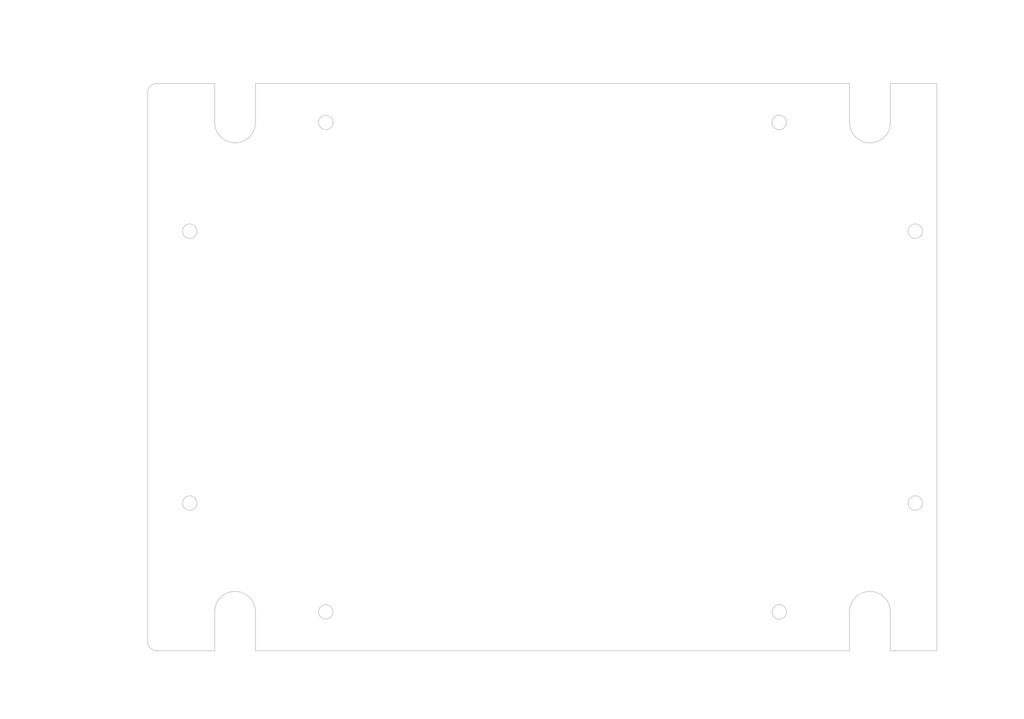
<source format=kicad_pcb>
(kicad_pcb (version 20171130) (host pcbnew "(5.1.0)-1")

  (general
    (thickness 1.6)
    (drawings 106)
    (tracks 0)
    (zones 0)
    (modules 0)
    (nets 1)
  )

  (page A3)
  (layers
    (0 F.Cu signal)
    (31 B.Cu signal)
    (32 B.Adhes user)
    (33 F.Adhes user)
    (34 B.Paste user)
    (35 F.Paste user)
    (36 B.SilkS user)
    (37 F.SilkS user)
    (38 B.Mask user)
    (39 F.Mask user)
    (40 Dwgs.User user)
    (41 Cmts.User user)
    (42 Eco1.User user)
    (43 Eco2.User user)
    (44 Edge.Cuts user)
    (45 Margin user)
    (46 B.CrtYd user)
    (47 F.CrtYd user)
    (48 B.Fab user)
    (49 F.Fab user)
  )

  (setup
    (last_trace_width 0.25)
    (trace_clearance 0.2)
    (zone_clearance 0.508)
    (zone_45_only no)
    (trace_min 0.2)
    (via_size 0.8)
    (via_drill 0.4)
    (via_min_size 0.4)
    (via_min_drill 0.3)
    (uvia_size 0.3)
    (uvia_drill 0.1)
    (uvias_allowed no)
    (uvia_min_size 0.2)
    (uvia_min_drill 0.1)
    (edge_width 0.05)
    (segment_width 0.2)
    (pcb_text_width 0.3)
    (pcb_text_size 1.5 1.5)
    (mod_edge_width 0.12)
    (mod_text_size 1 1)
    (mod_text_width 0.15)
    (pad_size 1.524 1.524)
    (pad_drill 0.762)
    (pad_to_mask_clearance 0.051)
    (solder_mask_min_width 0.25)
    (aux_axis_origin 0 0)
    (visible_elements FFFFFF7F)
    (pcbplotparams
      (layerselection 0x010fc_ffffffff)
      (usegerberextensions false)
      (usegerberattributes false)
      (usegerberadvancedattributes false)
      (creategerberjobfile false)
      (excludeedgelayer true)
      (linewidth 0.152400)
      (plotframeref false)
      (viasonmask false)
      (mode 1)
      (useauxorigin false)
      (hpglpennumber 1)
      (hpglpenspeed 20)
      (hpglpendiameter 15.000000)
      (psnegative false)
      (psa4output false)
      (plotreference true)
      (plotvalue true)
      (plotinvisibletext false)
      (padsonsilk false)
      (subtractmaskfromsilk false)
      (outputformat 1)
      (mirror false)
      (drillshape 1)
      (scaleselection 1)
      (outputdirectory ""))
  )

  (net 0 "")

  (net_class Default "This is the default net class."
    (clearance 0.2)
    (trace_width 0.25)
    (via_dia 0.8)
    (via_drill 0.4)
    (uvia_dia 0.3)
    (uvia_drill 0.1)
  )

  (gr_line (start 286.237932 73.223163) (end 296.48599 73.223163) (layer Edge.Cuts) (width 0.2))
  (gr_line (start 296.48599 73.223163) (end 296.48599 198.397721) (layer Edge.Cuts) (width 0.2))
  (gr_line (start 122.447392 75.223163) (end 122.447392 196.397721) (layer Edge.Cuts) (width 0.2))
  (gr_arc (start 124.447392 75.223163) (end 124.447392 73.223163) (angle -90) (layer Edge.Cuts) (width 0.2))
  (gr_line (start 124.447392 73.223163) (end 137.237932 73.223163) (layer Edge.Cuts) (width 0.2))
  (gr_line (start 137.237932 73.223163) (end 137.237932 81.810442) (layer Edge.Cuts) (width 0.2))
  (gr_arc (start 141.737932 81.810442) (end 137.237932 81.810442) (angle -180) (layer Edge.Cuts) (width 0.2))
  (gr_line (start 146.237932 81.810442) (end 146.237932 73.223163) (layer Edge.Cuts) (width 0.2))
  (gr_line (start 146.237932 73.223163) (end 277.237932 73.223163) (layer Edge.Cuts) (width 0.2))
  (gr_line (start 277.237932 73.223163) (end 277.237932 81.810442) (layer Edge.Cuts) (width 0.2))
  (gr_arc (start 281.737932 81.810442) (end 277.237932 81.810442) (angle -180) (layer Edge.Cuts) (width 0.2))
  (gr_line (start 286.237932 81.810442) (end 286.237932 73.223163) (layer Edge.Cuts) (width 0.2))
  (gr_circle (center 161.737932 81.810442) (end 163.337932 81.810442) (layer Edge.Cuts) (width 0.2))
  (gr_circle (center 261.737932 81.810442) (end 263.337932 81.810442) (layer Edge.Cuts) (width 0.2))
  (gr_circle (center 291.737932 105.810442) (end 293.337932 105.810442) (layer Edge.Cuts) (width 0.2))
  (gr_circle (center 131.737932 105.810442) (end 133.337932 105.810442) (layer Edge.Cuts) (width 0.2))
  (gr_line (start 286.237932 198.397721) (end 296.48599 198.397721) (layer Edge.Cuts) (width 0.2))
  (gr_arc (start 124.447392 196.397721) (end 122.447392 196.397721) (angle -90) (layer Edge.Cuts) (width 0.2))
  (gr_line (start 124.447392 198.397721) (end 137.237932 198.397721) (layer Edge.Cuts) (width 0.2))
  (gr_line (start 137.237932 198.397721) (end 137.237932 189.810442) (layer Edge.Cuts) (width 0.2))
  (gr_arc (start 141.737932 189.810442) (end 146.237932 189.810442) (angle -180) (layer Edge.Cuts) (width 0.2))
  (gr_line (start 146.237932 189.810442) (end 146.237932 198.397721) (layer Edge.Cuts) (width 0.2))
  (gr_line (start 146.237932 198.397721) (end 277.237932 198.397721) (layer Edge.Cuts) (width 0.2))
  (gr_line (start 277.237932 198.397721) (end 277.237932 189.810442) (layer Edge.Cuts) (width 0.2))
  (gr_arc (start 281.737932 189.810442) (end 286.237932 189.810442) (angle -180) (layer Edge.Cuts) (width 0.2))
  (gr_line (start 286.237932 189.810442) (end 286.237932 198.397721) (layer Edge.Cuts) (width 0.2))
  (gr_circle (center 161.737932 189.810442) (end 163.337932 189.810442) (layer Edge.Cuts) (width 0.2))
  (gr_circle (center 261.737932 189.810442) (end 263.337932 189.810442) (layer Edge.Cuts) (width 0.2))
  (gr_circle (center 291.737932 165.810442) (end 293.337932 165.810442) (layer Edge.Cuts) (width 0.2))
  (gr_circle (center 131.737932 165.810442) (end 133.337932 165.810442) (layer Edge.Cuts) (width 0.2))
  (gr_text [3.94] (at 211.737932 204.535002) (layer Dwgs.User)
    (effects (font (size 1.7 1.53) (thickness 0.2125)))
  )
  (gr_text " 100.00" (at 211.737932 200.977567) (layer Dwgs.User)
    (effects (font (size 1.7 1.53) (thickness 0.2125)))
  )
  (gr_line (start 259.737932 202.645541) (end 216.442945 202.645541) (layer Dwgs.User) (width 0.2))
  (gr_line (start 163.737932 202.645541) (end 207.032918 202.645541) (layer Dwgs.User) (width 0.2))
  (gr_line (start 261.737932 190.810442) (end 261.737932 205.820541) (layer Dwgs.User) (width 0.2))
  (gr_line (start 161.737932 190.810442) (end 161.737932 205.820541) (layer Dwgs.User) (width 0.2))
  (gr_text [5.16] (at 211.737932 64.994564) (layer Dwgs.User)
    (effects (font (size 1.7 1.53) (thickness 0.2125)))
  )
  (gr_text " 131.00" (at 211.737932 61.436549) (layer Dwgs.User)
    (effects (font (size 1.7 1.53) (thickness 0.2125)))
  )
  (gr_line (start 275.237932 63.105103) (end 216.442945 63.105103) (layer Dwgs.User) (width 0.2))
  (gr_line (start 148.237932 63.105103) (end 207.032918 63.105103) (layer Dwgs.User) (width 0.2))
  (gr_line (start 277.237932 72.223163) (end 277.237932 59.930103) (layer Dwgs.User) (width 0.2))
  (gr_line (start 146.237932 72.223163) (end 146.237932 59.930103) (layer Dwgs.User) (width 0.2))
  (gr_text [6.30] (at 211.737932 212.056992) (layer Dwgs.User)
    (effects (font (size 1.7 1.53) (thickness 0.2125)))
  )
  (gr_text " 160.00" (at 211.737932 208.499556) (layer Dwgs.User)
    (effects (font (size 1.7 1.53) (thickness 0.2125)))
  )
  (gr_line (start 133.737932 210.167531) (end 207.032918 210.167531) (layer Dwgs.User) (width 0.2))
  (gr_line (start 289.737932 210.167531) (end 216.442945 210.167531) (layer Dwgs.User) (width 0.2))
  (gr_line (start 131.737932 166.810442) (end 131.737932 213.342531) (layer Dwgs.User) (width 0.2))
  (gr_line (start 291.737932 166.810442) (end 291.737932 213.342531) (layer Dwgs.User) (width 0.2))
  (gr_text [1.28] (at 115.737932 183.993542) (layer Dwgs.User)
    (effects (font (size 1.7 1.53) (thickness 0.2125)))
  )
  (gr_text " 32.59" (at 115.737932 180.435527) (layer Dwgs.User)
    (effects (font (size 1.7 1.53) (thickness 0.2125)))
  )
  (gr_line (start 115.737932 167.810442) (end 115.737932 178.546066) (layer Dwgs.User) (width 0.2))
  (gr_line (start 115.737932 196.397721) (end 115.737932 185.662096) (layer Dwgs.User) (width 0.2))
  (gr_line (start 130.737932 165.810442) (end 112.562932 165.810442) (layer Dwgs.User) (width 0.2))
  (gr_line (start 123.447392 198.397721) (end 112.562932 198.397721) (layer Dwgs.User) (width 0.2))
  (gr_text [.37] (at 111.444641 208.287182) (layer Dwgs.User)
    (effects (font (size 1.7 1.53) (thickness 0.2125)))
  )
  (gr_text " 9.29" (at 111.444641 204.729746) (layer Dwgs.User)
    (effects (font (size 1.7 1.53) (thickness 0.2125)))
  )
  (gr_line (start 122.447392 206.397721) (end 114.833488 206.397721) (layer Dwgs.User) (width 0.2))
  (gr_line (start 129.737932 206.397721) (end 124.447392 206.397721) (layer Dwgs.User) (width 0.2))
  (gr_line (start 122.447392 197.397721) (end 122.447392 209.572721) (layer Dwgs.User) (width 0.2))
  (gr_line (start 131.737932 166.810442) (end 131.737932 209.572721) (layer Dwgs.User) (width 0.2))
  (gr_line (start 291.737932 165.900442) (end 291.737932 165.720442) (layer Dwgs.User) (width 0.2))
  (gr_line (start 291.647932 165.810442) (end 291.827932 165.810442) (layer Dwgs.User) (width 0.2))
  (gr_text " ∅3.20\n[∅0.13]" (at 310.910456 173.191536) (layer Dwgs.User)
    (effects (font (size 1.7 1.53) (thickness 0.2125)))
  )
  (gr_line (start 304.373587 173.191536) (end 294.846433 167.626267) (layer Dwgs.User) (width 0.2))
  (gr_line (start 306.373587 173.191536) (end 304.373587 173.191536) (layer Dwgs.User) (width 0.2))
  (gr_text [4.25] (at 106.375582 137.699903) (layer Dwgs.User)
    (effects (font (size 1.7 1.53) (thickness 0.2125)))
  )
  (gr_text " 108.00" (at 106.375582 134.142467) (layer Dwgs.User)
    (effects (font (size 1.7 1.53) (thickness 0.2125)))
  )
  (gr_line (start 106.375582 83.810442) (end 106.375582 132.253006) (layer Dwgs.User) (width 0.2))
  (gr_line (start 106.375582 187.810442) (end 106.375582 139.367877) (layer Dwgs.User) (width 0.2))
  (gr_line (start 160.737932 81.810442) (end 103.200582 81.810442) (layer Dwgs.User) (width 0.2))
  (gr_line (start 160.737932 189.810442) (end 103.200582 189.810442) (layer Dwgs.User) (width 0.2))
  (gr_text [.52] (at 171.913165 81.656263) (layer Dwgs.User)
    (effects (font (size 1.7 1.53) (thickness 0.2125)))
  )
  (gr_text " 13.09" (at 171.913165 78.098248) (layer Dwgs.User)
    (effects (font (size 1.7 1.53) (thickness 0.2125)))
  )
  (gr_line (start 171.913165 84.310442) (end 171.913165 83.324817) (layer Dwgs.User) (width 0.2))
  (gr_line (start 171.913165 75.223163) (end 171.913165 76.208787) (layer Dwgs.User) (width 0.2))
  (gr_line (start 142.737932 86.310442) (end 175.088165 86.310442) (layer Dwgs.User) (width 0.2))
  (gr_text [.35] (at 152.103366 69.212822) (layer Dwgs.User)
    (effects (font (size 1.7 1.53) (thickness 0.2125)))
  )
  (gr_text " 9.00" (at 152.103366 65.655387) (layer Dwgs.User)
    (effects (font (size 1.7 1.53) (thickness 0.2125)))
  )
  (gr_line (start 146.237932 67.323361) (end 148.719157 67.323361) (layer Dwgs.User) (width 0.2))
  (gr_line (start 139.237932 67.323361) (end 144.237932 67.323361) (layer Dwgs.User) (width 0.2))
  (gr_line (start 137.237932 72.223163) (end 137.237932 64.148361) (layer Dwgs.User) (width 0.2))
  (gr_line (start 146.237932 72.223163) (end 146.237932 64.148361) (layer Dwgs.User) (width 0.2))
  (gr_text [.58] (at 129.842662 69.390353) (layer Dwgs.User)
    (effects (font (size 1.7 1.53) (thickness 0.2125)))
  )
  (gr_text " 14.79" (at 129.842662 65.832918) (layer Dwgs.User)
    (effects (font (size 1.7 1.53) (thickness 0.2125)))
  )
  (gr_line (start 135.237932 67.500892) (end 133.891912 67.500892) (layer Dwgs.User) (width 0.2))
  (gr_line (start 124.447392 67.500892) (end 125.793412 67.500892) (layer Dwgs.User) (width 0.2))
  (gr_line (start 137.237932 72.223163) (end 137.237932 64.325892) (layer Dwgs.User) (width 0.2))
  (gr_line (start 122.447392 74.223163) (end 122.447392 64.325892) (layer Dwgs.User) (width 0.2))
  (gr_text [6.85] (at 209.466691 59.960272) (layer Dwgs.User)
    (effects (font (size 1.7 1.53) (thickness 0.2125)))
  )
  (gr_text " 174.04" (at 209.466691 56.402837) (layer Dwgs.User)
    (effects (font (size 1.7 1.53) (thickness 0.2125)))
  )
  (gr_line (start 294.48599 58.070811) (end 214.171125 58.070811) (layer Dwgs.User) (width 0.2))
  (gr_line (start 124.447392 58.070811) (end 204.762257 58.070811) (layer Dwgs.User) (width 0.2))
  (gr_line (start 296.48599 72.223163) (end 296.48599 54.895811) (layer Dwgs.User) (width 0.2))
  (gr_line (start 122.447392 74.223163) (end 122.447392 54.895811) (layer Dwgs.User) (width 0.2))
  (gr_text [2.36] (at 116.280848 137.699903) (layer Dwgs.User)
    (effects (font (size 1.7 1.53) (thickness 0.2125)))
  )
  (gr_text " 60.00" (at 116.280848 134.142467) (layer Dwgs.User)
    (effects (font (size 1.7 1.53) (thickness 0.2125)))
  )
  (gr_line (start 116.280848 107.810442) (end 116.280848 132.253006) (layer Dwgs.User) (width 0.2))
  (gr_line (start 116.280848 163.810442) (end 116.280848 139.367877) (layer Dwgs.User) (width 0.2))
  (gr_line (start 130.737932 105.810442) (end 113.105848 105.810442) (layer Dwgs.User) (width 0.2))
  (gr_line (start 130.737932 165.810442) (end 113.105848 165.810442) (layer Dwgs.User) (width 0.2))
  (gr_text [4.93] (at 94.651381 137.699903) (layer Dwgs.User)
    (effects (font (size 1.7 1.53) (thickness 0.2125)))
  )
  (gr_text " 125.17" (at 94.651381 134.142467) (layer Dwgs.User)
    (effects (font (size 1.7 1.53) (thickness 0.2125)))
  )
  (gr_line (start 94.651381 196.397721) (end 94.651381 139.367877) (layer Dwgs.User) (width 0.2))
  (gr_line (start 94.651381 75.223163) (end 94.651381 132.253006) (layer Dwgs.User) (width 0.2))
  (gr_line (start 123.447392 198.397721) (end 91.476381 198.397721) (layer Dwgs.User) (width 0.2))
  (gr_line (start 123.447392 73.223163) (end 91.476381 73.223163) (layer Dwgs.User) (width 0.2))

)

</source>
